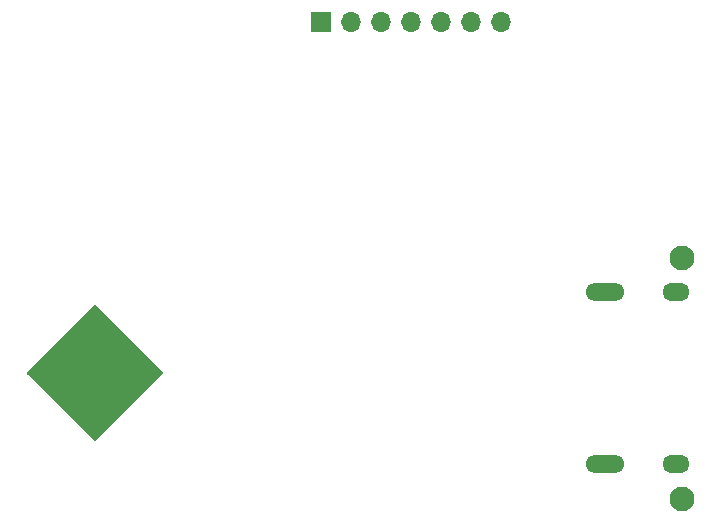
<source format=gbr>
%TF.GenerationSoftware,KiCad,Pcbnew,(6.0.7)*%
%TF.CreationDate,2022-10-26T00:08:39+02:00*%
%TF.ProjectId,TTL_to_HDMI,54544c5f-746f-45f4-9844-4d492e6b6963,rev?*%
%TF.SameCoordinates,Original*%
%TF.FileFunction,Soldermask,Bot*%
%TF.FilePolarity,Negative*%
%FSLAX46Y46*%
G04 Gerber Fmt 4.6, Leading zero omitted, Abs format (unit mm)*
G04 Created by KiCad (PCBNEW (6.0.7)) date 2022-10-26 00:08:39*
%MOMM*%
%LPD*%
G01*
G04 APERTURE LIST*
%ADD10C,2.100000*%
%ADD11O,3.300000X1.500000*%
%ADD12O,2.300000X1.500000*%
%ADD13R,1.700000X1.700000*%
%ADD14O,1.700000X1.700000*%
G04 APERTURE END LIST*
D10*
%TO.C,*%
X133000000Y-115400000D03*
%TD*%
%TO.C,REF\u002A\u002A*%
X133000000Y-95000000D03*
%TD*%
D11*
%TO.C,J4*%
X126507000Y-97906000D03*
X126507000Y-112406000D03*
D12*
X132467000Y-97906000D03*
X132467000Y-112406000D03*
%TD*%
D13*
%TO.C,J3*%
X102400000Y-75000000D03*
D14*
X104940000Y-75000000D03*
X107480000Y-75000000D03*
X110020000Y-75000000D03*
X112560000Y-75000000D03*
X115100000Y-75000000D03*
X117640000Y-75000000D03*
%TD*%
G36*
X83344945Y-98951798D02*
G01*
X83370004Y-98970004D01*
X89029996Y-104629996D01*
X89057773Y-104684513D01*
X89048202Y-104744945D01*
X89029996Y-104770004D01*
X83370004Y-110429996D01*
X83315487Y-110457773D01*
X83255055Y-110448202D01*
X83229996Y-110429996D01*
X77570004Y-104770004D01*
X77542227Y-104715487D01*
X77551798Y-104655055D01*
X77570004Y-104629996D01*
X83229996Y-98970004D01*
X83284513Y-98942227D01*
X83344945Y-98951798D01*
G37*
M02*

</source>
